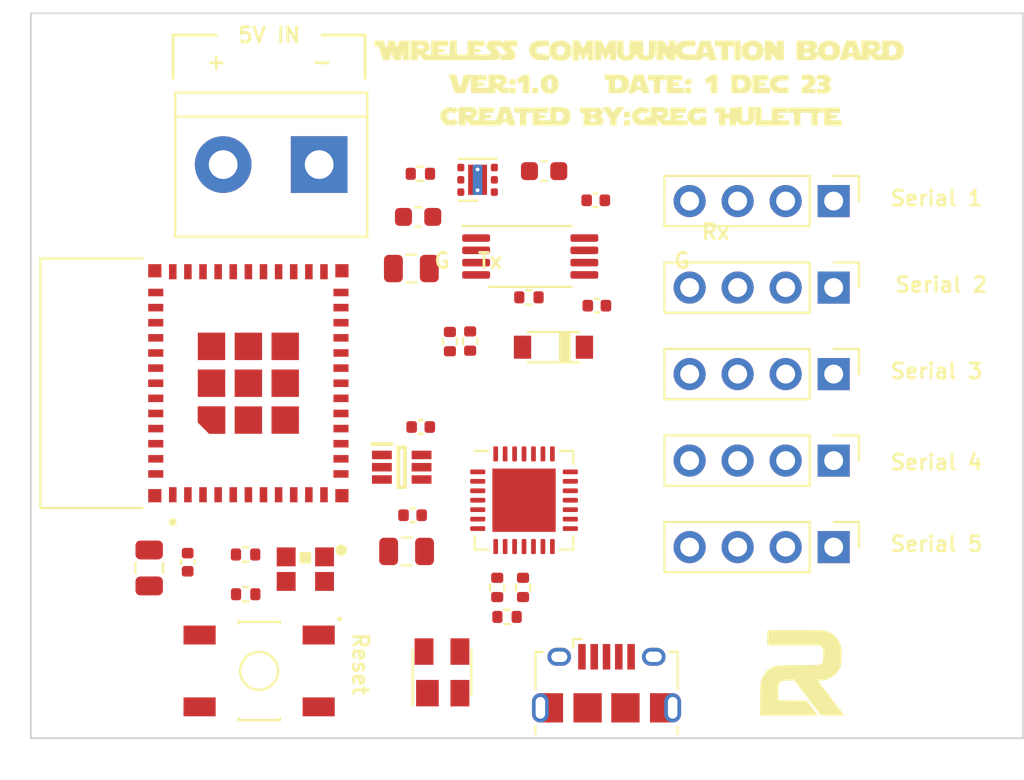
<source format=kicad_pcb>
(kicad_pcb (version 20211014) (generator pcbnew)
  (title_block (title "R2 Droid Gateway") (date "2023-07-06") (rev "1.1") (company "Created by: Greg Hulette") (comment 1 "- Creates WiFi Network for Remote Web Access") (comment 2 "- WiFi to LoRa Bridge") (comment 3 "- Buttons for Master Relay"))
  (layers (0 "F.Cu" signal) (1 "In1.Cu" signal) (2 "In2.Cu" signal) (31 "B.Cu" signal) (34 "B.Paste" user) (35 "F.Paste" user) (36 "B.SilkS" user "B.Silkscreen") (37 "F.SilkS" user "F.Silkscreen") (38 "B.Mask" user) (39 "F.Mask" user) (44 "Edge.Cuts" user))
  (net 0 "")
  (net 1 "+3V3")
  (net 2 "GND")
  (net 3 "RESET")
  (net 4 "Net-(C6-Pad2)")
  (net 5 "VBUS")
  (net 6 "+5V")
  (net 7 "Net-(D1-PadA)")
  (net 8 "USB_DP")
  (net 9 "USB_DN")
  (net 13 "Net-(L2-Pad3)")
  (net 14 "DTR")
  (net 15 "RTS")
  (net 16 "GPIO0")
  (net 17 "Net-(R2-Pad1)")
  (net 18 "RXD0")
  (net 19 "Net-(R3-Pad1)")
  (net 20 "TXD0")
  (net 21 "Net-(R4-Pad2)")
  (net 22 "Net-(R6-Pad1)")
  (net 23 "Net-(R9-Pad1)")
  (net 25 "STATUS_LED_DATA")
  (net 56 "TX_HEADER")
  (net 59 "RX4")
  (net 60 "TX4")
  (net 61 "RX5")
  (net 62 "TX5")
  (net 63 "TX3")
  (net 64 "RX3")
  (net 65 "TX2")
  (net 66 "RX2")
  (net 67 "TX1")
  (net 68 "RX1")
  (footprint "Connector_PinHeader_2.54mm:PinHeader_1x04_P2.54mm_Vertical" (layer "F.Cu") (at 147.974 102.259 -90)
    (fp_text reference "J4")
    (fp_text value "Conn_01x04" hide)
    (pad "1" thru_hole rect locked (at 0 0 270) (size 1.7 1.7) (drill 1) (layers *.Cu *.Mask) (net 6 "+5V"))
    (pad "2" thru_hole oval locked (at 0 2.54 270) (size 1.7 1.7) (drill 1) (layers *.Cu *.Mask) (net 2 "GND"))
    (pad "3" thru_hole oval locked (at 0 5.08 270) (size 1.7 1.7) (drill 1) (layers *.Cu *.Mask) (net 65 "TX2"))
    (pad "4" thru_hole oval locked (at 0 7.62 270) (size 1.7 1.7) (drill 1) (layers *.Cu *.Mask) (net 66 "RX2"))
  )
  (footprint "Resistor_SMD:R_0402_1005Metric" (layer "F.Cu") (at 130.692 119.684 180)
    (fp_text reference "R4")
    (fp_text value "22.1K" hide)
    (pad "1" smd roundrect locked (at -0.51 0 180) (size 0.54 0.64) (layers "F.Cu" "F.Paste" "F.Mask") (net 5 "VBUS"))
    (pad "2" smd roundrect locked (at 0.51 0 180) (size 0.54 0.64) (layers "F.Cu" "F.Paste" "F.Mask") (net 21 "Net-(R4-Pad2)"))
  )
  (footprint "Custom:SOT65P230X110-6N" (layer "F.Cu") (at 125.121 111.764)
    (fp_text reference "Q2")
    (fp_text value "UMH3N" hide)
    (pad "1" smd rect (at -1.05 -0.65) (size 1.05 0.45) (layers "F.Cu" "F.Paste" "F.Mask") (net 15 "RTS"))
    (pad "2" smd rect (at -1.05 0) (size 1.05 0.45) (layers "F.Cu" "F.Paste" "F.Mask") (net 14 "DTR"))
    (pad "3" smd rect (at -1.05 0.65) (size 1.05 0.45) (layers "F.Cu" "F.Paste" "F.Mask") (net 16 "GPIO0"))
    (pad "4" smd rect (at 1.05 0.65) (size 1.05 0.45) (layers "F.Cu" "F.Paste" "F.Mask") (net 14 "DTR"))
    (pad "5" smd rect (at 1.05 0) (size 1.05 0.45) (layers "F.Cu" "F.Paste" "F.Mask") (net 15 "RTS"))
    (pad "6" smd rect (at 1.05 -0.65) (size 1.05 0.45) (layers "F.Cu" "F.Paste" "F.Mask") (net 3 "RESET"))
  )
  (footprint "Capacitor_SMD:C_0402_1005Metric" (layer "F.Cu") (at 126.126 109.636)
    (fp_text reference "C3")
    (fp_text value ".1uF" hide)
    (pad "1" smd roundrect locked (at -0.48 0) (size 0.56 0.62) (layers "F.Cu" "F.Paste" "F.Mask") (net 3 "RESET"))
    (pad "2" smd roundrect locked (at 0.48 0) (size 0.56 0.62) (layers "F.Cu" "F.Paste" "F.Mask") (net 2 "GND"))
  )
  (footprint "Resistor_SMD:R_0402_1005Metric" (layer "F.Cu") (at 131.538 118.124 -90)
    (fp_text reference "R6")
    (fp_text value "1K" hide)
    (pad "1" smd roundrect locked (at -0.51 0 270) (size 0.54 0.64) (layers "F.Cu" "F.Paste" "F.Mask") (net 22 "Net-(R6-Pad1)"))
    (pad "2" smd roundrect locked (at 0.51 0 270) (size 0.54 0.64) (layers "F.Cu" "F.Paste" "F.Mask") (net 1 "+3V3"))
  )
  (footprint "Package_SO:TSSOP-8_4.4x3mm_P0.65mm" (layer "F.Cu") (at 131.92 100.614)
    (fp_text reference "U4")
    (fp_text value "TPS2115APW" hide)
    (pad "1" smd roundrect locked (at -2.8625 -0.975) (size 1.475 0.4) (layers "F.Cu" "F.Paste" "F.Mask"))
    (pad "2" smd roundrect locked (at -2.8625 -0.325) (size 1.475 0.4) (layers "F.Cu" "F.Paste" "F.Mask") (net 2 "GND"))
    (pad "3" smd roundrect locked (at -2.8625 0.325) (size 1.475 0.4) (layers "F.Cu" "F.Paste" "F.Mask") (net 6 "+5V"))
    (pad "4" smd roundrect locked (at -2.8625 0.975) (size 1.475 0.4) (layers "F.Cu" "F.Paste" "F.Mask") (net 23 "Net-(R9-Pad1)"))
    (pad "5" smd roundrect locked (at 2.8625 0.975) (size 1.475 0.4) (layers "F.Cu" "F.Paste" "F.Mask") (net 2 "GND"))
    (pad "6" smd roundrect locked (at 2.8625 0.325) (size 1.475 0.4) (layers "F.Cu" "F.Paste" "F.Mask") (net 5 "VBUS"))
    (pad "7" smd roundrect locked (at 2.8625 -0.325) (size 1.475 0.4) (layers "F.Cu" "F.Paste" "F.Mask") (net 4 "Net-(C6-Pad2)"))
    (pad "8" smd roundrect locked (at 2.8625 -0.975) (size 1.475 0.4) (layers "F.Cu" "F.Paste" "F.Mask") (net 6 "+5V"))
  )
  (footprint "Capacitor_SMD:C_0805_2012Metric" (layer "F.Cu") (at 125.63 101.252)
    (fp_text reference "C8")
    (fp_text value "10uF" hide)
    (pad "1" smd roundrect locked (at -0.95 0) (size 1 1.45) (layers "F.Cu" "F.Paste" "F.Mask") (net 2 "GND"))
    (pad "2" smd roundrect locked (at 0.95 0) (size 1 1.45) (layers "F.Cu" "F.Paste" "F.Mask") (net 4 "Net-(C6-Pad2)"))
  )
  (footprint "TerminalBlock:TerminalBlock_bornier-2_P5.08mm" (layer "F.Cu") (at 120.754 95.752 180)
    (fp_text reference "J2")
    (fp_text value "Power In" hide)
    (pad "1" thru_hole rect locked (at 0 0 180) (size 3 3) (drill 1.52) (layers *.Cu *.Mask) (net 2 "GND"))
    (pad "2" thru_hole circle locked (at 5.08 0 180) (size 3 3) (drill 1.52) (layers *.Cu *.Mask) (net 6 "+5V"))
  )
  (footprint "MountingHole:MountingHole_3.2mm_M3" (layer "F.Cu") (at 109 91.5)
    (fp_text reference "REF**")
    (fp_text value "MountingHole_3.2mm_M3" hide)
    (pad "" np_thru_hole circle locked (at 0 0) (size 3.2 3.2) (drill 3.2) (layers *.Cu *.Mask))
  )
  (footprint "Resistor_SMD:R_0402_1005Metric" (layer "F.Cu") (at 130.172 118.124 -90)
    (fp_text reference "R5")
    (fp_text value "47.5K" hide)
    (pad "1" smd roundrect locked (at -0.51 0 270) (size 0.54 0.64) (layers "F.Cu" "F.Paste" "F.Mask") (net 21 "Net-(R4-Pad2)"))
    (pad "2" smd roundrect locked (at 0.51 0 270) (size 0.54 0.64) (layers "F.Cu" "F.Paste" "F.Mask") (net 2 "GND"))
  )
  (footprint "Capacitor_SMD:C_0805_2012Metric" (layer "F.Cu") (at 125.378 116.22 180)
    (fp_text reference "C4")
    (fp_text value "4.7uF" hide)
    (pad "1" smd roundrect locked (at -0.95 0 180) (size 1 1.45) (layers "F.Cu" "F.Paste" "F.Mask") (net 1 "+3V3"))
    (pad "2" smd roundrect locked (at 0.95 0 180) (size 1 1.45) (layers "F.Cu" "F.Paste" "F.Mask") (net 2 "GND"))
  )
  (footprint "Resistor_SMD:R_0402_1005Metric" (layer "F.Cu") (at 127.67 105.116 90)
    (fp_text reference "R2")
    (fp_text value "1K" hide)
    (pad "1" smd roundrect locked (at -0.51 0 90) (size 0.54 0.64) (layers "F.Cu" "F.Paste" "F.Mask") (net 17 "Net-(R2-Pad1)"))
    (pad "2" smd roundrect locked (at 0.51 0 90) (size 0.54 0.64) (layers "F.Cu" "F.Paste" "F.Mask") (net 18 "RXD0"))
  )
  (footprint "Resistor_SMD:R_0402_1005Metric" (layer "F.Cu") (at 116.86 116.382 180)
    (fp_text reference "R16")
    (fp_text value "470" hide)
    (pad "1" smd roundrect locked (at -0.51 0 180) (size 0.54 0.64) (layers "F.Cu" "F.Paste" "F.Mask") (net 13 "Net-(L2-Pad3)"))
    (pad "2" smd roundrect locked (at 0.51 0 180) (size 0.54 0.64) (layers "F.Cu" "F.Paste" "F.Mask") (net 25 "STATUS_LED_DATA"))
  )
  (footprint "MountingHole:MountingHole_3.2mm_M3" (layer "F.Cu") (at 154.5 122.5)
    (fp_text reference "REF**")
    (fp_text value "MountingHole_3.2mm_M3" hide)
    (pad "" np_thru_hole circle locked (at 0 0) (size 3.2 3.2) (drill 3.2) (layers *.Cu *.Mask))
  )
  (footprint "Custom:MODULE_ESP32-PICO-MINI-02" (layer "F.Cu") (at 117.007 107.32 90)
    (fp_text reference "U1")
    (fp_text value "ESP32-PICO-MINI-02" hide)
    (pad "1" smd rect (at -5.9 -4 90) (size 0.8 0.4) (layers "F.Cu" "F.Paste" "F.Mask") (net 2 "GND"))
    (pad "2" smd rect (at -5.9 -3.2 90) (size 0.8 0.4) (layers "F.Cu" "F.Paste" "F.Mask") (net 2 "GND"))
    (pad "3" smd rect (at -5.9 -2.4 90) (size 0.8 0.4) (layers "F.Cu" "F.Paste" "F.Mask") (net 1 "+3V3"))
    (pad "4" smd rect (at -5.9 -1.6 90) (size 0.8 0.4) (layers "F.Cu" "F.Paste" "F.Mask"))
    (pad "5" smd rect (at -5.9 -0.8 90) (size 0.8 0.4) (layers "F.Cu" "F.Paste" "F.Mask"))
    (pad "6" smd rect (at -5.9 0 90) (size 0.8 0.4) (layers "F.Cu" "F.Paste" "F.Mask"))
    (pad "7" smd rect (at -5.9 0.8 90) (size 0.8 0.4) (layers "F.Cu" "F.Paste" "F.Mask"))
    (pad "8" smd rect (at -5.9 1.6 90) (size 0.8 0.4) (layers "F.Cu" "F.Paste" "F.Mask") (net 3 "RESET"))
    (pad "9" smd rect (at -5.9 2.4 90) (size 0.8 0.4) (layers "F.Cu" "F.Paste" "F.Mask"))
    (pad "10" smd rect (at -5.9 3.2 90) (size 0.8 0.4) (layers "F.Cu" "F.Paste" "F.Mask"))
    (pad "11" smd rect (at -5.9 4 90) (size 0.8 0.4) (layers "F.Cu" "F.Paste" "F.Mask") (net 2 "GND"))
    (pad "12" smd rect (at -4.8 4.9 90) (size 0.4 0.8) (layers "F.Cu" "F.Paste" "F.Mask"))
    (pad "13" smd rect (at -4 4.9 90) (size 0.4 0.8) (layers "F.Cu" "F.Paste" "F.Mask"))
    (pad "14" smd rect (at -3.2 4.9 90) (size 0.4 0.8) (layers "F.Cu" "F.Paste" "F.Mask") (net 2 "GND"))
    (pad "15" smd rect (at -2.4 4.9 90) (size 0.4 0.8) (layers "F.Cu" "F.Paste" "F.Mask"))
    (pad "16" smd rect (at -1.6 4.9 90) (size 0.4 0.8) (layers "F.Cu" "F.Paste" "F.Mask"))
    (pad "17" smd rect (at -0.8 4.9 90) (size 0.4 0.8) (layers "F.Cu" "F.Paste" "F.Mask") (net 59 "RX4"))
    (pad "18" smd rect (at 0 4.9 90) (size 0.4 0.8) (layers "F.Cu" "F.Paste" "F.Mask") (net 60 "TX4"))
    (pad "19" smd rect (at 0.8 4.9 90) (size 0.4 0.8) (layers "F.Cu" "F.Paste" "F.Mask") (net 61 "RX5"))
    (pad "20" smd rect (at 1.6 4.9 90) (size 0.4 0.8) (layers "F.Cu" "F.Paste" "F.Mask") (net 62 "TX5"))
    (pad "21" smd rect (at 2.4 4.9 90) (size 0.4 0.8) (layers "F.Cu" "F.Paste" "F.Mask") (net 63 "TX3"))
    (pad "22" smd rect (at 3.2 4.9 90) (size 0.4 0.8) (layers "F.Cu" "F.Paste" "F.Mask") (net 56 "TX_HEADER"))
    (pad "23" smd rect (at 4 4.9 90) (size 0.4 0.8) (layers "F.Cu" "F.Paste" "F.Mask") (net 16 "GPIO0"))
    (pad "24" smd rect (at 4.8 4.9 90) (size 0.4 0.8) (layers "F.Cu" "F.Paste" "F.Mask") (net 64 "RX3"))
    (pad "25" smd rect (at 5.9 4 90) (size 0.8 0.4) (layers "F.Cu" "F.Paste" "F.Mask"))
    (pad "26" smd rect (at 5.9 3.2 90) (size 0.8 0.4) (layers "F.Cu" "F.Paste" "F.Mask") (net 65 "TX2"))
    (pad "27" smd rect (at 5.9 2.4 90) (size 0.8 0.4) (layers "F.Cu" "F.Paste" "F.Mask") (net 66 "RX2"))
    (pad "28" smd rect (at 5.9 1.6 90) (size 0.8 0.4) (layers "F.Cu" "F.Paste" "F.Mask") (net 67 "TX1"))
    (pad "29" smd rect (at 5.9 0.8 90) (size 0.8 0.4) (layers "F.Cu" "F.Paste" "F.Mask") (net 68 "RX1"))
    (pad "30" smd rect (at 5.9 0 90) (size 0.8 0.4) (layers "F.Cu" "F.Paste" "F.Mask") (net 18 "RXD0"))
    (pad "31" smd rect (at 5.9 -0.8 90) (size 0.8 0.4) (layers "F.Cu" "F.Paste" "F.Mask") (net 20 "TXD0"))
    (pad "32" smd rect (at 5.9 -1.6 90) (size 0.8 0.4) (layers "F.Cu" "F.Paste" "F.Mask"))
    (pad "33" smd rect (at 5.9 -2.4 90) (size 0.8 0.4) (layers "F.Cu" "F.Paste" "F.Mask") (net 25 "STATUS_LED_DATA"))
    (pad "34" smd rect (at 5.9 -3.2 90) (size 0.8 0.4) (layers "F.Cu" "F.Paste" "F.Mask"))
    (pad "35" smd rect (at 5.9 -4 90) (size 0.8 0.4) (layers "F.Cu" "F.Paste" "F.Mask"))
    (pad "36" smd rect (at 4.8 -4.9 90) (size 0.4 0.8) (layers "F.Cu" "F.Paste" "F.Mask") (net 2 "GND"))
    (pad "37" smd rect (at 4 -4.9 90) (size 0.4 0.8) (layers "F.Cu" "F.Paste" "F.Mask") (net 2 "GND"))
    (pad "38" smd rect (at 3.2 -4.9 90) (size 0.4 0.8) (layers "F.Cu" "F.Paste" "F.Mask") (net 2 "GND"))
    (pad "39" smd rect (at 2.4 -4.9 90) (size 0.4 0.8) (layers "F.Cu" "F.Paste" "F.Mask") (net 2 "GND"))
    (pad "40" smd rect (at 1.6 -4.9 90) (size 0.4 0.8) (layers "F.Cu" "F.Paste" "F.Mask") (net 2 "GND"))
    (pad "41" smd rect (at 0.8 -4.9 90) (size 0.4 0.8) (layers "F.Cu" "F.Paste" "F.Mask") (net 2 "GND"))
    (pad "42" smd rect (at 0 -4.9 90) (size 0.4 0.8) (layers "F.Cu" "F.Paste" "F.Mask") (net 2 "GND"))
    (pad "43" smd rect (at -0.8 -4.9 90) (size 0.4 0.8) (layers "F.Cu" "F.Paste" "F.Mask") (net 2 "GND"))
    (pad "44" smd rect (at -1.6 -4.9 90) (size 0.4 0.8) (layers "F.Cu" "F.Paste" "F.Mask") (net 2 "GND"))
    (pad "45" smd rect (at -2.4 -4.9 90) (size 0.4 0.8) (layers "F.Cu" "F.Paste" "F.Mask") (net 2 "GND"))
    (pad "46" smd rect (at -3.2 -4.9 90) (size 0.4 0.8) (layers "F.Cu" "F.Paste" "F.Mask") (net 2 "GND"))
    (pad "47" smd rect (at -4 -4.9 90) (size 0.4 0.8) (layers "F.Cu" "F.Paste" "F.Mask") (net 2 "GND"))
    (pad "48" smd rect (at -4.8 -4.9 90) (size 0.4 0.8) (layers "F.Cu" "F.Paste" "F.Mask") (net 2 "GND"))
    (pad "49" smd rect (at 0 0 90) (size 1.45 1.45) (layers "F.Cu" "F.Paste" "F.Mask") (net 2 "GND"))
    (pad "50" smd rect (at 5.95 -4.95 90) (size 0.7 0.7) (layers "F.Cu" "F.Paste" "F.Mask") (net 2 "GND"))
    (pad "51" smd rect (at 5.95 4.95 90) (size 0.7 0.7) (layers "F.Cu" "F.Paste" "F.Mask") (net 2 "GND"))
    (pad "52" smd rect (at -5.95 4.95 90) (size 0.7 0.7) (layers "F.Cu" "F.Paste" "F.Mask") (net 2 "GND"))
    (pad "53" smd rect (at -5.95 -4.95 90) (size 0.7 0.7) (layers "F.Cu" "F.Paste" "F.Mask") (net 2 "GND"))
    (pad "54" smd rect (at -1.95 0 90) (size 1.45 1.45) (layers "F.Cu" "F.Paste" "F.Mask") (net 2 "GND"))
    (pad "55" smd rect (at -1.95 1.95 90) (size 1.45 1.45) (layers "F.Cu" "F.Paste" "F.Mask") (net 2 "GND"))
    (pad "56" smd rect (at 0 1.95 90) (size 1.45 1.45) (layers "F.Cu" "F.Paste" "F.Mask") (net 2 "GND"))
    (pad "57" smd rect (at 1.95 1.95 90) (size 1.45 1.45) (layers "F.Cu" "F.Paste" "F.Mask") (net 2 "GND"))
    (pad "58" smd rect (at 1.95 0 90) (size 1.45 1.45) (layers "F.Cu" "F.Paste" "F.Mask") (net 2 "GND"))
    (pad "59" smd rect (at 1.95 -1.95 90) (size 1.45 1.45) (layers "F.Cu" "F.Paste" "F.Mask") (net 2 "GND"))
    (pad "60" smd rect (at 0 -1.95 90) (size 1.45 1.45) (layers "F.Cu" "F.Paste" "F.Mask") (net 2 "GND"))
    (pad "61" smd custom (at -1.95 -1.95 90) (size 0.5 0.5) (layers "F.Cu") (net 2 "GND") (options (clearance outline) (anchor rect)) (primitives (gr_poly (pts (xy 0.725 0.725) (xy -0.725 0.725) (xy -0.725 -0.125) (xy -0.125 -0.725) (xy 0.725 -0.725)) (width 0.01) (fill yes))))
  )
  (footprint "Connector_PinHeader_2.54mm:PinHeader_1x04_P2.54mm_Vertical" (layer "F.Cu") (at 147.974 106.836 -90)
    (fp_text reference "J5")
    (fp_text value "Conn_01x04" hide)
    (pad "1" thru_hole rect locked (at 0 0 270) (size 1.7 1.7) (drill 1) (layers *.Cu *.Mask) (net 6 "+5V"))
    (pad "2" thru_hole oval locked (at 0 2.54 270) (size 1.7 1.7) (drill 1) (layers *.Cu *.Mask) (net 2 "GND"))
    (pad "3" thru_hole oval locked (at 0 5.08 270) (size 1.7 1.7) (drill 1) (layers *.Cu *.Mask) (net 63 "TX3"))
    (pad "4" thru_hole oval locked (at 0 7.62 270) (size 1.7 1.7) (drill 1) (layers *.Cu *.Mask) (net 64 "RX3"))
  )
  (footprint "Capacitor_SMD:C_0402_1005Metric" (layer "F.Cu") (at 135.444 103.216)
    (fp_text reference "C12")
    (fp_text value ".1uF" hide)
    (pad "1" smd roundrect locked (at -0.48 0) (size 0.56 0.62) (layers "F.Cu" "F.Paste" "F.Mask") (net 5 "VBUS"))
    (pad "2" smd roundrect locked (at 0.48 0) (size 0.56 0.62) (layers "F.Cu" "F.Paste" "F.Mask") (net 2 "GND"))
  )
  (footprint "Connector_PinHeader_2.54mm:PinHeader_1x04_P2.54mm_Vertical" (layer "F.Cu") (at 147.974 115.99 -90)
    (fp_text reference "J7")
    (fp_text value "Conn_01x04" hide)
    (pad "1" thru_hole rect locked (at 0 0 270) (size 1.7 1.7) (drill 1) (layers *.Cu *.Mask) (net 6 "+5V"))
    (pad "2" thru_hole oval locked (at 0 2.54 270) (size 1.7 1.7) (drill 1) (layers *.Cu *.Mask) (net 2 "GND"))
    (pad "3" thru_hole oval locked (at 0 5.08 270) (size 1.7 1.7) (drill 1) (layers *.Cu *.Mask) (net 62 "TX5"))
    (pad "4" thru_hole oval locked (at 0 7.62 270) (size 1.7 1.7) (drill 1) (layers *.Cu *.Mask) (net 61 "RX5"))
  )
  (footprint "MountingHole:MountingHole_3.2mm_M3" (layer "F.Cu") (at 109 122.5)
    (fp_text reference "REF**")
    (fp_text value "MountingHole_3.2mm_M3" hide)
    (pad "" np_thru_hole circle locked (at 0 0) (size 3.2 3.2) (drill 3.2) (layers *.Cu *.Mask))
  )
  (footprint "Capacitor_SMD:C_0603_1608Metric" (layer "F.Cu") (at 125.988 98.52 180)
    (fp_text reference "C6")
    (fp_text value "1uF" hide)
    (pad "1" smd roundrect locked (at -0.775 0 180) (size 0.9 0.95) (layers "F.Cu" "F.Paste" "F.Mask") (net 2 "GND"))
    (pad "2" smd roundrect locked (at 0.775 0 180) (size 0.9 0.95) (layers "F.Cu" "F.Paste" "F.Mask") (net 4 "Net-(C6-Pad2)"))
  )
  (footprint "Resistor_SMD:R_0402_1005Metric" (layer "F.Cu") (at 131.85 102.774)
    (fp_text reference "R9")
    (fp_text value "400" hide)
    (pad "1" smd roundrect locked (at -0.51 0) (size 0.54 0.64) (layers "F.Cu" "F.Paste" "F.Mask") (net 23 "Net-(R9-Pad1)"))
    (pad "2" smd roundrect locked (at 0.51 0) (size 0.54 0.64) (layers "F.Cu" "F.Paste" "F.Mask") (net 2 "GND"))
  )
  (footprint "Connector_PinHeader_2.54mm:PinHeader_1x04_P2.54mm_Vertical" (layer "F.Cu") (at 147.974 111.413 -90)
    (fp_text reference "J6")
    (fp_text value "Conn_01x04" hide)
    (pad "1" thru_hole rect locked (at 0 0 270) (size 1.7 1.7) (drill 1) (layers *.Cu *.Mask) (net 6 "+5V"))
    (pad "2" thru_hole oval locked (at 0 2.54 270) (size 1.7 1.7) (drill 1) (layers *.Cu *.Mask) (net 2 "GND"))
    (pad "3" thru_hole oval locked (at 0 5.08 270) (size 1.7 1.7) (drill 1) (layers *.Cu *.Mask) (net 60 "TX4"))
    (pad "4" thru_hole oval locked (at 0 7.62 270) (size 1.7 1.7) (drill 1) (layers *.Cu *.Mask) (net 59 "RX4"))
  )
  (footprint "Capacitor_SMD:C_0402_1005Metric" (layer "F.Cu") (at 113.796 116.79 -90)
    (fp_text reference "C2")
    (fp_text value ".1uF" hide)
    (pad "1" smd roundrect locked (at -0.48 0 270) (size 0.56 0.62) (layers "F.Cu" "F.Paste" "F.Mask") (net 1 "+3V3"))
    (pad "2" smd roundrect locked (at 0.48 0 270) (size 0.56 0.62) (layers "F.Cu" "F.Paste" "F.Mask") (net 2 "GND"))
  )
  (footprint "Resistor_SMD:R_0402_1005Metric" (layer "F.Cu") (at 128.74 105.088 90)
    (fp_text reference "R3")
    (fp_text value "1K" hide)
    (pad "1" smd roundrect locked (at -0.51 0 90) (size 0.54 0.64) (layers "F.Cu" "F.Paste" "F.Mask") (net 19 "Net-(R3-Pad1)"))
    (pad "2" smd roundrect locked (at 0.51 0 90) (size 0.54 0.64) (layers "F.Cu" "F.Paste" "F.Mask") (net 20 "TXD0"))
  )
  (footprint "Capacitor_SMD:C_0805_2012Metric" (layer "F.Cu") (at 111.76 117.094 -90)
    (fp_text reference "C1")
    (fp_text value "10uF" hide)
    (pad "1" smd roundrect locked (at -0.95 0 270) (size 1 1.45) (layers "F.Cu" "F.Paste" "F.Mask") (net 1 "+3V3"))
    (pad "2" smd roundrect locked (at 0.95 0 270) (size 1 1.45) (layers "F.Cu" "F.Paste" "F.Mask") (net 2 "GND"))
  )
  (footprint "Connector_USB:USB_Micro-B_Amphenol_10118194_Horizontal" (layer "F.Cu") (at 135.956 123.194)
    (fp_text reference "J1")
    (fp_text value "USB_B_Micro" hide)
    (pad "1" smd rect locked (at -1.3 -1.4) (size 0.4 1.35) (layers "F.Cu" "F.Paste" "F.Mask") (net 7 "Net-(D1-PadA)"))
    (pad "2" smd rect locked (at -0.65 -1.4) (size 0.4 1.35) (layers "F.Cu" "F.Paste" "F.Mask") (net 9 "USB_DN"))
    (pad "3" smd rect locked (at 0 -1.4) (size 0.4 1.35) (layers "F.Cu" "F.Paste" "F.Mask") (net 8 "USB_DP"))
    (pad "4" smd rect locked (at 0.65 -1.4) (size 0.4 1.35) (layers "F.Cu" "F.Paste" "F.Mask"))
    (pad "5" smd rect locked (at 1.3 -1.4) (size 0.4 1.35) (layers "F.Cu" "F.Paste" "F.Mask") (net 2 "GND"))
    (pad "6" thru_hole oval locked (at -2.5 -1.4) (size 1.25 0.95) (drill oval 0.85 0.55) (layers *.Cu *.Mask))
    (pad "6" smd rect locked (at 2.9 1.3) (size 1.2 1.55) (layers "F.Cu" "F.Paste" "F.Mask"))
    (pad "6" smd rect locked (at -1 1.3) (size 1.5 1.55) (layers "F.Cu" "F.Paste" "F.Mask"))
    (pad "6" thru_hole oval locked (at 2.5 -1.4) (size 1.25 0.95) (drill oval 0.85 0.55) (layers *.Cu *.Mask))
    (pad "6" smd rect locked (at -2.9 1.3) (size 1.2 1.55) (layers "F.Cu" "F.Paste" "F.Mask"))
    (pad "6" thru_hole oval locked (at -3.5 1.3) (size 0.89 1.55) (drill oval 0.5 1.15) (layers *.Cu *.Mask))
    (pad "6" thru_hole oval locked (at 3.5 1.3) (size 0.89 1.55) (drill oval 0.5 1.15) (layers *.Cu *.Mask))
    (pad "6" smd rect locked (at 1 1.3) (size 1.5 1.55) (layers "F.Cu" "F.Paste" "F.Mask"))
  )
  (footprint "Custom:WS2812B-2020" (layer "F.Cu") (at 120.022 117.157)
    (fp_text reference "L2")
    (fp_text value "WS2812B-2020" hide)
    (pad "1" smd rect (at 1.015 0.65) (size 1 1) (layers "F.Cu" "F.Paste" "F.Mask"))
    (pad "2" smd rect (at 1.015 -0.65) (size 1 1) (layers "F.Cu" "F.Paste" "F.Mask") (net 2 "GND"))
    (pad "3" smd rect (at -1.015 -0.65) (size 1 1) (layers "F.Cu" "F.Paste" "F.Mask") (net 13 "Net-(L2-Pad3)"))
    (pad "4" smd rect (at -1.015 0.65) (size 1 1) (layers "F.Cu" "F.Paste" "F.Mask") (net 1 "+3V3"))
  )
  (footprint "MountingHole:MountingHole_3.2mm_M3" (layer "F.Cu") (at 154.5 91.5)
    (fp_text reference "REF**")
    (fp_text value "MountingHole_3.2mm_M3" hide)
    (pad "" np_thru_hole circle locked (at 0 0) (size 3.2 3.2) (drill 3.2) (layers *.Cu *.Mask))
  )
  (footprint "Capacitor_SMD:C_0402_1005Metric" (layer "F.Cu") (at 135.386 97.642)
    (fp_text reference "C9")
    (fp_text value ".1uF" hide)
    (pad "1" smd roundrect locked (at -0.48 0) (size 0.56 0.62) (layers "F.Cu" "F.Paste" "F.Mask") (net 6 "+5V"))
    (pad "2" smd roundrect locked (at 0.48 0) (size 0.56 0.62) (layers "F.Cu" "F.Paste" "F.Mask") (net 2 "GND"))
  )
  (footprint "Capacitor_SMD:C_0402_1005Metric" (layer "F.Cu") (at 125.696 114.304 180)
    (fp_text reference "C5")
    (fp_text value ".1uF" hide)
    (pad "1" smd roundrect locked (at -0.48 0 180) (size 0.56 0.62) (layers "F.Cu" "F.Paste" "F.Mask") (net 1 "+3V3"))
    (pad "2" smd roundrect locked (at 0.48 0 180) (size 0.56 0.62) (layers "F.Cu" "F.Paste" "F.Mask") (net 2 "GND"))
  )
  (footprint "Package_DFN_QFN:QFN-28-1EP_5x5mm_P0.5mm_EP3.35x3.35mm" (layer "F.Cu") (at 131.592 113.51)
    (fp_text reference "U2")
    (fp_text value "CP2102N-A02-GQFN28" hide)
    (pad "1" smd roundrect locked (at -2.45 -1.5) (size 0.8 0.25) (layers "F.Cu" "F.Paste" "F.Mask"))
    (pad "2" smd roundrect locked (at -2.45 -1) (size 0.8 0.25) (layers "F.Cu" "F.Paste" "F.Mask"))
    (pad "3" smd roundrect locked (at -2.45 -0.5) (size 0.8 0.25) (layers "F.Cu" "F.Paste" "F.Mask") (net 2 "GND"))
    (pad "4" smd roundrect locked (at -2.45 0) (size 0.8 0.25) (layers "F.Cu" "F.Paste" "F.Mask") (net 8 "USB_DP"))
    (pad "5" smd roundrect locked (at -2.45 0.5) (size 0.8 0.25) (layers "F.Cu" "F.Paste" "F.Mask") (net 9 "USB_DN"))
    (pad "6" smd roundrect locked (at -2.45 1) (size 0.8 0.25) (layers "F.Cu" "F.Paste" "F.Mask") (net 1 "+3V3"))
    (pad "7" smd roundrect locked (at -2.45 1.5) (size 0.8 0.25) (layers "F.Cu" "F.Paste" "F.Mask") (net 1 "+3V3"))
    (pad "8" smd roundrect locked (at -1.5 2.45) (size 0.25 0.8) (layers "F.Cu" "F.Paste" "F.Mask") (net 21 "Net-(R4-Pad2)"))
    (pad "9" smd roundrect locked (at -1 2.45) (size 0.25 0.8) (layers "F.Cu" "F.Paste" "F.Mask") (net 22 "Net-(R6-Pad1)"))
    (pad "10" smd roundrect locked (at -0.5 2.45) (size 0.25 0.8) (layers "F.Cu" "F.Paste" "F.Mask"))
    (pad "11" smd roundrect locked (at 0 2.45) (size 0.25 0.8) (layers "F.Cu" "F.Paste" "F.Mask"))
    (pad "12" smd roundrect locked (at 0.5 2.45) (size 0.25 0.8) (layers "F.Cu" "F.Paste" "F.Mask"))
    (pad "13" smd roundrect locked (at 1 2.45) (size 0.25 0.8) (layers "F.Cu" "F.Paste" "F.Mask"))
    (pad "14" smd roundrect locked (at 1.5 2.45) (size 0.25 0.8) (layers "F.Cu" "F.Paste" "F.Mask"))
    (pad "15" smd roundrect locked (at 2.45 1.5) (size 0.8 0.25) (layers "F.Cu" "F.Paste" "F.Mask"))
    (pad "16" smd roundrect locked (at 2.45 1) (size 0.8 0.25) (layers "F.Cu" "F.Paste" "F.Mask"))
    (pad "17" smd roundrect locked (at 2.45 0.5) (size 0.8 0.25) (layers "F.Cu" "F.Paste" "F.Mask"))
    (pad "18" smd roundrect locked (at 2.45 0) (size 0.8 0.25) (layers "F.Cu" "F.Paste" "F.Mask"))
    (pad "19" smd roundrect locked (at 2.45 -0.5) (size 0.8 0.25) (layers "F.Cu" "F.Paste" "F.Mask"))
    (pad "20" smd roundrect locked (at 2.45 -1) (size 0.8 0.25) (layers "F.Cu" "F.Paste" "F.Mask"))
    (pad "21" smd roundrect locked (at 2.45 -1.5) (size 0.8 0.25) (layers "F.Cu" "F.Paste" "F.Mask"))
    (pad "22" smd roundrect locked (at 1.5 -2.45) (size 0.25 0.8) (layers "F.Cu" "F.Paste" "F.Mask"))
    (pad "23" smd roundrect locked (at 1 -2.45) (size 0.25 0.8) (layers "F.Cu" "F.Paste" "F.Mask"))
    (pad "24" smd roundrect locked (at 0.5 -2.45) (size 0.25 0.8) (layers "F.Cu" "F.Paste" "F.Mask") (net 15 "RTS"))
    (pad "25" smd roundrect locked (at 0 -2.45) (size 0.25 0.8) (layers "F.Cu" "F.Paste" "F.Mask") (net 19 "Net-(R3-Pad1)"))
    (pad "26" smd roundrect locked (at -0.5 -2.45) (size 0.25 0.8) (layers "F.Cu" "F.Paste" "F.Mask") (net 17 "Net-(R2-Pad1)"))
    (pad "27" smd roundrect locked (at -1 -2.45) (size 0.25 0.8) (layers "F.Cu" "F.Paste" "F.Mask"))
    (pad "28" smd roundrect locked (at -1.5 -2.45) (size 0.25 0.8) (layers "F.Cu" "F.Paste" "F.Mask") (net 14 "DTR"))
    (pad "29" smd rect locked (at 0 0) (size 3.35 3.35) (layers "F.Cu" "F.Mask") (net 2 "GND"))
  )
  (footprint "Logos:WCB" (layer "F.Cu") (at 137.668 91.44)
    (fp_text reference "G***")
    (fp_text value "LOGO" hide)
  )
  (footprint "Connector_PinHeader_2.54mm:PinHeader_1x04_P2.54mm_Vertical" (layer "F.Cu") (at 147.974 97.682 -90)
    (fp_text reference "J3")
    (fp_text value "Conn_01x04" hide)
    (pad "1" thru_hole rect locked (at 0 0 270) (size 1.7 1.7) (drill 1) (layers *.Cu *.Mask) (net 6 "+5V"))
    (pad "2" thru_hole oval locked (at 0 2.54 270) (size 1.7 1.7) (drill 1) (layers *.Cu *.Mask) (net 2 "GND"))
    (pad "3" thru_hole oval locked (at 0 5.08 270) (size 1.7 1.7) (drill 1) (layers *.Cu *.Mask) (net 67 "TX1"))
    (pad "4" thru_hole oval locked (at 0 7.62 270) (size 1.7 1.7) (drill 1) (layers *.Cu *.Mask) (net 68 "RX1"))
  )
  (footprint "Package_TO_SOT_SMD:SOT-143" (layer "F.Cu") (at 127.25 122.618 90)
    (fp_text reference "D2")
    (fp_text value "SP0503BAHTG" hide)
    (pad "1" smd rect locked (at -1.1 -0.77) (size 1.2 1.4) (layers "F.Cu" "F.Paste" "F.Mask") (net 2 "GND"))
    (pad "2" smd rect locked (at -1.1 0.95) (size 1 1.4) (layers "F.Cu" "F.Paste" "F.Mask") (net 7 "Net-(D1-PadA)"))
    (pad "3" smd rect locked (at 1.1 0.95) (size 1 1.4) (layers "F.Cu" "F.Paste" "F.Mask") (net 8 "USB_DP"))
    (pad "4" smd rect locked (at 1.1 -0.95) (size 1 1.4) (layers "F.Cu" "F.Paste" "F.Mask") (net 9 "USB_DN"))
  )
  (footprint "Capacitor_SMD:C_0603_1608Metric" (layer "F.Cu") (at 132.654 96.098 180)
    (fp_text reference "C7")
    (fp_text value "1uF" hide)
    (pad "1" smd roundrect locked (at -0.775 0 180) (size 0.9 0.95) (layers "F.Cu" "F.Paste" "F.Mask") (net 2 "GND"))
    (pad "2" smd roundrect locked (at 0.775 0 180) (size 0.9 0.95) (layers "F.Cu" "F.Paste" "F.Mask") (net 1 "+3V3"))
  )
  (footprint "Custom:SOD3716X135N" (layer "F.Cu") (at 133.1485 105.4145 180)
    (fp_text reference "D1")
    (fp_text value "B5819W-TP" hide)
    (pad "A" smd rect (at 1.6383 0 180) (size 0.9144 1.2192) (layers "F.Cu" "F.Paste" "F.Mask") (net 7 "Net-(D1-PadA)"))
    (pad "C" smd rect (at -1.6383 0 180) (size 0.9144 1.2192) (layers "F.Cu" "F.Paste" "F.Mask") (net 5 "VBUS"))
  )
  (footprint "Package_SON:WSON-6-1EP_2x2mm_P0.65mm_EP1x1.6mm_ThermalVias" (layer "F.Cu") (at 129.134 96.558 180)
    (fp_text reference "U3")
    (fp_text value "LP5912-3.3DRV" hide)
    (pad "1" smd roundrect locked (at -0.8875 -0.65 180) (size 0.375 0.4) (layers "F.Cu" "F.Paste" "F.Mask") (net 1 "+3V3"))
    (pad "2" smd roundrect locked (at -0.8875 0 180) (size 0.375 0.4) (layers "F.Cu" "F.Paste" "F.Mask"))
    (pad "3" smd roundrect locked (at -0.8875 0.65 180) (size 0.375 0.4) (layers "F.Cu" "F.Paste" "F.Mask") (net 2 "GND"))
    (pad "4" smd roundrect locked (at 0.8875 0.65 180) (size 0.375 0.4) (layers "F.Cu" "F.Paste" "F.Mask") (net 4 "Net-(C6-Pad2)"))
    (pad "5" smd roundrect locked (at 0.8875 0 180) (size 0.375 0.4) (layers "F.Cu" "F.Paste" "F.Mask") (net 2 "GND"))
    (pad "6" smd roundrect locked (at 0.8875 -0.65 180) (size 0.375 0.4) (layers "F.Cu" "F.Paste" "F.Mask") (net 4 "Net-(C6-Pad2)"))
    (pad "7" thru_hole circle locked (at 0 -0.55 180) (size 0.5 0.5) (drill 0.2) (layers *.Cu) (net 2 "GND"))
    (pad "7" thru_hole circle locked (at 0 0.55 180) (size 0.5 0.5) (drill 0.2) (layers *.Cu) (net 2 "GND"))
    (pad "7" smd rect locked (at 0 0 180) (size 1 1.6) (layers "F.Cu" "F.Mask") (net 2 "GND"))
    (pad "7" smd rect locked (at 0 0 180) (size 0.5 1.6) (layers "B.Cu") (net 2 "GND"))
  )
  (footprint "Resistor_SMD:R_0402_1005Metric" (layer "F.Cu") (at 126.108 96.238)
    (fp_text reference "R10")
    (fp_text value "400" hide)
    (pad "1" smd roundrect locked (at -0.51 0) (size 0.54 0.64) (layers "F.Cu" "F.Paste" "F.Mask") (net 4 "Net-(C6-Pad2)"))
    (pad "2" smd roundrect locked (at 0.51 0) (size 0.54 0.64) (layers "F.Cu" "F.Paste" "F.Mask") (net 2 "GND"))
  )
  (footprint "Resistor_SMD:R_0402_1005Metric" (layer "F.Cu") (at 116.866 118.484)
    (fp_text reference "R1")
    (fp_text value "10K" hide)
    (pad "1" smd roundrect locked (at -0.51 0) (size 0.54 0.64) (layers "F.Cu" "F.Paste" "F.Mask") (net 1 "+3V3"))
    (pad "2" smd roundrect locked (at 0.51 0) (size 0.54 0.64) (layers "F.Cu" "F.Paste" "F.Mask") (net 3 "RESET"))
  )
  (footprint "Logos:R2_Logo_V2" (layer "F.Cu") (at 146.304 123.000871)
    (fp_text reference "G***")
    (fp_text value "LOGO" hide)
  )
  (footprint "Custom:SW_TL3342F160QG" (layer "F.Cu") (at 117.5765 122.5425 180)
    (fp_text reference "S1")
    (fp_text value "TL3342F160QG" hide)
    (pad "1" smd rect (at -3.15 1.9 180) (size 1.7 1) (layers "F.Cu" "F.Paste" "F.Mask") (net 3 "RESET"))
    (pad "2" smd rect (at 3.15 1.9 180) (size 1.7 1) (layers "F.Cu" "F.Paste" "F.Mask") (net 3 "RESET"))
    (pad "3" smd rect (at -3.15 -1.9 180) (size 1.7 1) (layers "F.Cu" "F.Paste" "F.Mask") (net 2 "GND"))
    (pad "4" smd rect (at 3.15 -1.9 180) (size 1.7 1) (layers "F.Cu" "F.Paste" "F.Mask") (net 2 "GND"))
  )
  (gr_line (start 113.03 88.9) (end 115.316 88.9) (layer "F.SilkS") (width 0.15))
  (gr_line (start 113.03 91.186) (end 113.03 88.9) (layer "F.SilkS") (width 0.15))
  (gr_line (start 123.19 88.9) (end 123.19 91.186) (layer "F.SilkS") (width 0.15))
  (gr_line (start 120.904 88.9) (end 123.19 88.9) (layer "F.SilkS") (width 0.15))
  (gr_line (start 105.5 87.75) (end 158 87.75) (layer "Edge.Cuts") (width 0.1))
  (gr_line (start 158 126.1) (end 105.5 126.1) (layer "Edge.Cuts") (width 0.1))
  (gr_line (start 105.5 126.1) (end 105.5 87.75) (layer "Edge.Cuts") (width 0.1))
  (gr_line (start 158 87.75) (end 158 126.1) (layer "Edge.Cuts") (width 0.1))
  (gr_text "5V IN" (at 118.11 88.9) (layer "F.SilkS") (effects (font (size 0.8 0.8))))
  (gr_text "Serial 4" (at 153.416 111.506) (layer "F.SilkS") (effects (font (size 0.8 0.8))))
  (gr_text "G" (at 127.254 100.838) (layer "F.SilkS") (effects (font (size 0.8 0.8))))
  (gr_text "+" (at 115.316 90.424 180) (layer "F.SilkS") (effects (font (size 0.8 0.8))))
  (gr_text "Serial 5" (at 153.416 115.824) (layer "F.SilkS") (effects (font (size 0.8 0.8))))
  (gr_text "Serial 3" (at 153.416 106.68) (layer "F.SilkS") (effects (font (size 0.8 0.8))))
  (gr_text "Tx" (at 129.794 100.838) (layer "F.SilkS") (effects (font (size 0.8 0.8))))
  (gr_text "-" (at 120.904 90.424 180) (layer "F.SilkS") (effects (font (size 0.8 0.8))))
  (gr_text "Serial 2" (at 153.67 102.108) (layer "F.SilkS") (effects (font (size 0.8 0.8))))
  (gr_text "G" (at 139.954 100.838) (layer "F.SilkS") (effects (font (size 0.8 0.8))))
  (gr_text "Reset" (at 122.936 122.174 270) (layer "F.SilkS") (effects (font (size 0.8 0.8))))
  (gr_text "Rx" (at 141.732 99.314) (layer "F.SilkS") (effects (font (size 0.8 0.8))))
  (gr_text "Serial 1" (at 153.416 97.536) (layer "F.SilkS") (effects (font (size 0.8 0.8))))
)
</source>
